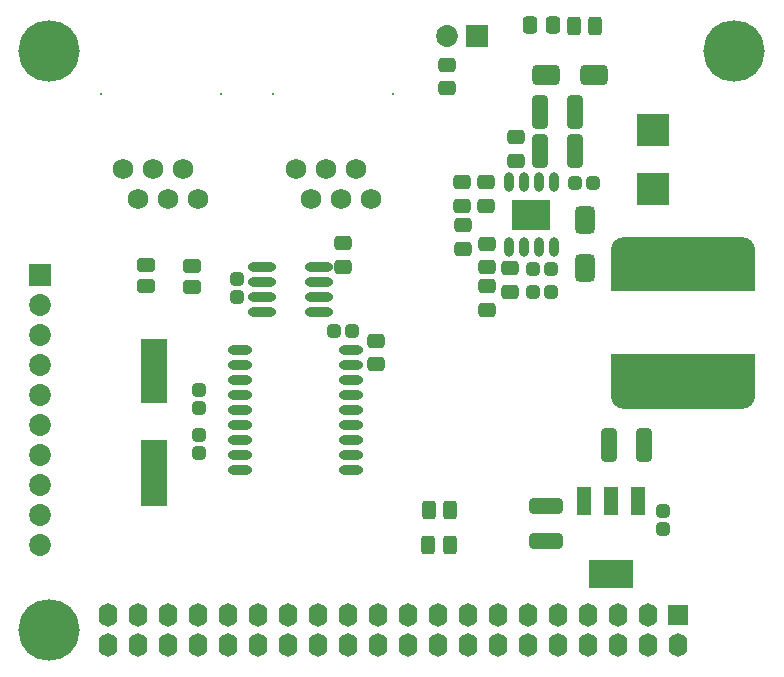
<source format=gts>
G04*
G04 #@! TF.GenerationSoftware,Altium Limited,Altium Designer,18.0.7 (293)*
G04*
G04 Layer_Color=8388736*
%FSLAX25Y25*%
%MOIN*%
G70*
G01*
G75*
G04:AMPARAMS|DCode=18|XSize=58mil|YSize=45.4mil|CornerRadius=9.61mil|HoleSize=0mil|Usage=FLASHONLY|Rotation=0.000|XOffset=0mil|YOffset=0mil|HoleType=Round|Shape=RoundedRectangle|*
%AMROUNDEDRECTD18*
21,1,0.05800,0.02618,0,0,0.0*
21,1,0.03878,0.04540,0,0,0.0*
1,1,0.01922,0.01939,-0.01309*
1,1,0.01922,-0.01939,-0.01309*
1,1,0.01922,-0.01939,0.01309*
1,1,0.01922,0.01939,0.01309*
%
%ADD18ROUNDEDRECTD18*%
G04:AMPARAMS|DCode=19|XSize=43.43mil|YSize=43.43mil|CornerRadius=9.32mil|HoleSize=0mil|Usage=FLASHONLY|Rotation=90.000|XOffset=0mil|YOffset=0mil|HoleType=Round|Shape=RoundedRectangle|*
%AMROUNDEDRECTD19*
21,1,0.04343,0.02480,0,0,90.0*
21,1,0.02480,0.04343,0,0,90.0*
1,1,0.01863,0.01240,0.01240*
1,1,0.01863,0.01240,-0.01240*
1,1,0.01863,-0.01240,-0.01240*
1,1,0.01863,-0.01240,0.01240*
%
%ADD19ROUNDEDRECTD19*%
%ADD20O,0.08083X0.03162*%
G04:AMPARAMS|DCode=21|XSize=94.61mil|YSize=69.02mil|CornerRadius=19.26mil|HoleSize=0mil|Usage=FLASHONLY|Rotation=90.000|XOffset=0mil|YOffset=0mil|HoleType=Round|Shape=RoundedRectangle|*
%AMROUNDEDRECTD21*
21,1,0.09461,0.03051,0,0,90.0*
21,1,0.05610,0.06902,0,0,90.0*
1,1,0.03851,0.01526,0.02805*
1,1,0.03851,0.01526,-0.02805*
1,1,0.03851,-0.01526,-0.02805*
1,1,0.03851,-0.01526,0.02805*
%
%ADD21ROUNDEDRECTD21*%
G04:AMPARAMS|DCode=22|XSize=63.12mil|YSize=47.37mil|CornerRadius=13.84mil|HoleSize=0mil|Usage=FLASHONLY|Rotation=270.000|XOffset=0mil|YOffset=0mil|HoleType=Round|Shape=RoundedRectangle|*
%AMROUNDEDRECTD22*
21,1,0.06312,0.01968,0,0,270.0*
21,1,0.03543,0.04737,0,0,270.0*
1,1,0.02769,-0.00984,-0.01772*
1,1,0.02769,-0.00984,0.01772*
1,1,0.02769,0.00984,0.01772*
1,1,0.02769,0.00984,-0.01772*
%
%ADD22ROUNDEDRECTD22*%
G04:AMPARAMS|DCode=23|XSize=58mil|YSize=45.4mil|CornerRadius=9.61mil|HoleSize=0mil|Usage=FLASHONLY|Rotation=270.000|XOffset=0mil|YOffset=0mil|HoleType=Round|Shape=RoundedRectangle|*
%AMROUNDEDRECTD23*
21,1,0.05800,0.02618,0,0,270.0*
21,1,0.03878,0.04540,0,0,270.0*
1,1,0.01922,-0.01309,-0.01939*
1,1,0.01922,-0.01309,0.01939*
1,1,0.01922,0.01309,0.01939*
1,1,0.01922,0.01309,-0.01939*
%
%ADD23ROUNDEDRECTD23*%
G04:AMPARAMS|DCode=24|XSize=63.12mil|YSize=47.37mil|CornerRadius=13.84mil|HoleSize=0mil|Usage=FLASHONLY|Rotation=180.000|XOffset=0mil|YOffset=0mil|HoleType=Round|Shape=RoundedRectangle|*
%AMROUNDEDRECTD24*
21,1,0.06312,0.01968,0,0,180.0*
21,1,0.03543,0.04737,0,0,180.0*
1,1,0.02769,-0.01772,0.00984*
1,1,0.02769,0.01772,0.00984*
1,1,0.02769,0.01772,-0.00984*
1,1,0.02769,-0.01772,-0.00984*
%
%ADD24ROUNDEDRECTD24*%
%ADD25O,0.03162X0.06509*%
%ADD26O,0.09461X0.03162*%
%ADD27R,0.05131X0.09265*%
%ADD28R,0.05131X0.09265*%
%ADD29R,0.14580X0.09265*%
%ADD30R,0.08800X0.21800*%
%ADD31R,0.08800X0.22300*%
%ADD32R,0.48044X0.08300*%
G04:AMPARAMS|DCode=33|XSize=480.44mil|YSize=165.48mil|CornerRadius=43.37mil|HoleSize=0mil|Usage=FLASHONLY|Rotation=0.000|XOffset=0mil|YOffset=0mil|HoleType=Round|Shape=RoundedRectangle|*
%AMROUNDEDRECTD33*
21,1,0.48044,0.07874,0,0,0.0*
21,1,0.39370,0.16548,0,0,0.0*
1,1,0.08674,0.19685,-0.03937*
1,1,0.08674,-0.19685,-0.03937*
1,1,0.08674,-0.19685,0.03937*
1,1,0.08674,0.19685,0.03937*
%
%ADD33ROUNDEDRECTD33*%
G04:AMPARAMS|DCode=34|XSize=94.61mil|YSize=69.02mil|CornerRadius=19.26mil|HoleSize=0mil|Usage=FLASHONLY|Rotation=0.000|XOffset=0mil|YOffset=0mil|HoleType=Round|Shape=RoundedRectangle|*
%AMROUNDEDRECTD34*
21,1,0.09461,0.03051,0,0,0.0*
21,1,0.05610,0.06902,0,0,0.0*
1,1,0.03851,0.02805,-0.01526*
1,1,0.03851,-0.02805,-0.01526*
1,1,0.03851,-0.02805,0.01526*
1,1,0.03851,0.02805,0.01526*
%
%ADD34ROUNDEDRECTD34*%
G04:AMPARAMS|DCode=35|XSize=114.3mil|YSize=53.28mil|CornerRadius=15.32mil|HoleSize=0mil|Usage=FLASHONLY|Rotation=270.000|XOffset=0mil|YOffset=0mil|HoleType=Round|Shape=RoundedRectangle|*
%AMROUNDEDRECTD35*
21,1,0.11430,0.02264,0,0,270.0*
21,1,0.08366,0.05328,0,0,270.0*
1,1,0.03064,-0.01132,-0.04183*
1,1,0.03064,-0.01132,0.04183*
1,1,0.03064,0.01132,0.04183*
1,1,0.03064,0.01132,-0.04183*
%
%ADD35ROUNDEDRECTD35*%
G04:AMPARAMS|DCode=36|XSize=114.3mil|YSize=53.28mil|CornerRadius=15.32mil|HoleSize=0mil|Usage=FLASHONLY|Rotation=0.000|XOffset=0mil|YOffset=0mil|HoleType=Round|Shape=RoundedRectangle|*
%AMROUNDEDRECTD36*
21,1,0.11430,0.02264,0,0,0.0*
21,1,0.08366,0.05328,0,0,0.0*
1,1,0.03064,0.04183,-0.01132*
1,1,0.03064,-0.04183,-0.01132*
1,1,0.03064,-0.04183,0.01132*
1,1,0.03064,0.04183,0.01132*
%
%ADD36ROUNDEDRECTD36*%
G04:AMPARAMS|DCode=37|XSize=43.43mil|YSize=43.43mil|CornerRadius=9.32mil|HoleSize=0mil|Usage=FLASHONLY|Rotation=180.000|XOffset=0mil|YOffset=0mil|HoleType=Round|Shape=RoundedRectangle|*
%AMROUNDEDRECTD37*
21,1,0.04343,0.02480,0,0,180.0*
21,1,0.02480,0.04343,0,0,180.0*
1,1,0.01863,-0.01240,0.01240*
1,1,0.01863,0.01240,0.01240*
1,1,0.01863,0.01240,-0.01240*
1,1,0.01863,-0.01240,-0.01240*
%
%ADD37ROUNDEDRECTD37*%
%ADD38C,0.20485*%
%ADD39R,0.13005X0.10249*%
%ADD40C,0.07300*%
%ADD41R,0.07300X0.07300*%
%ADD42O,0.06300X0.07800*%
%ADD43R,0.06706X0.06706*%
%ADD44R,0.10800X0.10800*%
%ADD45C,0.00800*%
%ADD46C,0.06800*%
%ADD47R,0.07300X0.07300*%
%ADD48C,0.05800*%
D18*
X212800Y236063D02*
D03*
Y243937D02*
D03*
X260800Y221863D02*
D03*
Y229737D02*
D03*
X268600Y235637D02*
D03*
Y227763D02*
D03*
X260800Y235963D02*
D03*
Y243837D02*
D03*
X260700Y264237D02*
D03*
Y256363D02*
D03*
X252600Y264237D02*
D03*
Y256363D02*
D03*
X270600Y279337D02*
D03*
Y271463D02*
D03*
X224000Y211437D02*
D03*
Y203563D02*
D03*
X252800Y242063D02*
D03*
Y249937D02*
D03*
X247600Y303437D02*
D03*
Y295563D02*
D03*
D19*
X209847Y214700D02*
D03*
X215753D02*
D03*
X276247Y227700D02*
D03*
X282153D02*
D03*
X276247Y235500D02*
D03*
X282153D02*
D03*
X296253Y264200D02*
D03*
X290347D02*
D03*
D20*
X178595Y208400D02*
D03*
Y203400D02*
D03*
Y198400D02*
D03*
Y193400D02*
D03*
Y188400D02*
D03*
Y183400D02*
D03*
Y178400D02*
D03*
Y173400D02*
D03*
Y168400D02*
D03*
X215406Y208400D02*
D03*
Y203400D02*
D03*
Y198400D02*
D03*
Y193400D02*
D03*
Y188400D02*
D03*
Y183400D02*
D03*
Y178400D02*
D03*
Y173400D02*
D03*
Y168400D02*
D03*
D21*
X293400Y235629D02*
D03*
Y251771D02*
D03*
D22*
X289757Y316500D02*
D03*
X296843D02*
D03*
X248543Y155200D02*
D03*
X241457D02*
D03*
X248443Y143500D02*
D03*
X241357D02*
D03*
D23*
X275063Y316600D02*
D03*
X282937D02*
D03*
D24*
X147100Y229756D02*
D03*
Y236843D02*
D03*
X162500Y229457D02*
D03*
Y236543D02*
D03*
D25*
X283200Y264228D02*
D03*
X278200D02*
D03*
X273200D02*
D03*
X268200D02*
D03*
X283200Y242772D02*
D03*
X278200D02*
D03*
X273200D02*
D03*
X268200D02*
D03*
D26*
X186016Y236037D02*
D03*
Y231037D02*
D03*
Y226037D02*
D03*
Y221037D02*
D03*
X204914Y236037D02*
D03*
Y231037D02*
D03*
Y226037D02*
D03*
Y221037D02*
D03*
D27*
X311255Y158005D02*
D03*
X293145D02*
D03*
D28*
X302200D02*
D03*
D29*
X302200Y133595D02*
D03*
D30*
X149800Y201500D02*
D03*
D31*
Y167500D02*
D03*
D32*
X326300Y232000D02*
D03*
Y203200D02*
D03*
D33*
Y197100D02*
D03*
Y237800D02*
D03*
D34*
X280529Y299900D02*
D03*
X296671D02*
D03*
D35*
X278494Y287588D02*
D03*
X290305D02*
D03*
X278494Y274588D02*
D03*
X290305D02*
D03*
X313306Y176712D02*
D03*
X301495D02*
D03*
D36*
X280512Y156505D02*
D03*
Y144694D02*
D03*
D37*
X319600Y154753D02*
D03*
Y148847D02*
D03*
X164900Y180053D02*
D03*
Y174147D02*
D03*
X164800Y189147D02*
D03*
Y195053D02*
D03*
X177400Y226047D02*
D03*
Y231953D02*
D03*
D38*
X115000Y115000D02*
D03*
X343347Y307913D02*
D03*
X115000D02*
D03*
D39*
X275700Y253500D02*
D03*
D40*
X111900Y143400D02*
D03*
Y153400D02*
D03*
Y203400D02*
D03*
Y213400D02*
D03*
Y193400D02*
D03*
Y183400D02*
D03*
Y223400D02*
D03*
Y173400D02*
D03*
Y163400D02*
D03*
X247400Y313000D02*
D03*
D41*
X111900Y233400D02*
D03*
D42*
X324400Y110200D02*
D03*
X314400D02*
D03*
X304400D02*
D03*
X294400D02*
D03*
X284400D02*
D03*
X274400D02*
D03*
X264400D02*
D03*
X254400D02*
D03*
X244400D02*
D03*
X234400D02*
D03*
X224400D02*
D03*
X214400D02*
D03*
X204400D02*
D03*
X194400D02*
D03*
X184400D02*
D03*
X174400D02*
D03*
X144400D02*
D03*
X134400D02*
D03*
X164400D02*
D03*
X154400D02*
D03*
Y120200D02*
D03*
X164400D02*
D03*
X134400D02*
D03*
X144400D02*
D03*
X174400D02*
D03*
X184400D02*
D03*
X194400D02*
D03*
X204400D02*
D03*
X214400D02*
D03*
X224400D02*
D03*
X234400D02*
D03*
X244400D02*
D03*
X254400D02*
D03*
X264400D02*
D03*
X274400D02*
D03*
X284400D02*
D03*
X294400D02*
D03*
X304400D02*
D03*
X314400D02*
D03*
D43*
X324400D02*
D03*
D44*
X316200Y262043D02*
D03*
Y281843D02*
D03*
D45*
X132083Y293693D02*
D03*
X172083D02*
D03*
X189683D02*
D03*
X229683D02*
D03*
D46*
X139603Y268693D02*
D03*
X144603Y258693D02*
D03*
X149603Y268693D02*
D03*
X154603Y258693D02*
D03*
X159603Y268693D02*
D03*
X164603Y258693D02*
D03*
X197203Y268693D02*
D03*
X202203Y258693D02*
D03*
X207203Y268693D02*
D03*
X212203Y258693D02*
D03*
X217203Y268693D02*
D03*
X222203Y258693D02*
D03*
D47*
X257400Y313000D02*
D03*
D48*
X273200Y253500D02*
D03*
X278200D02*
D03*
M02*

</source>
